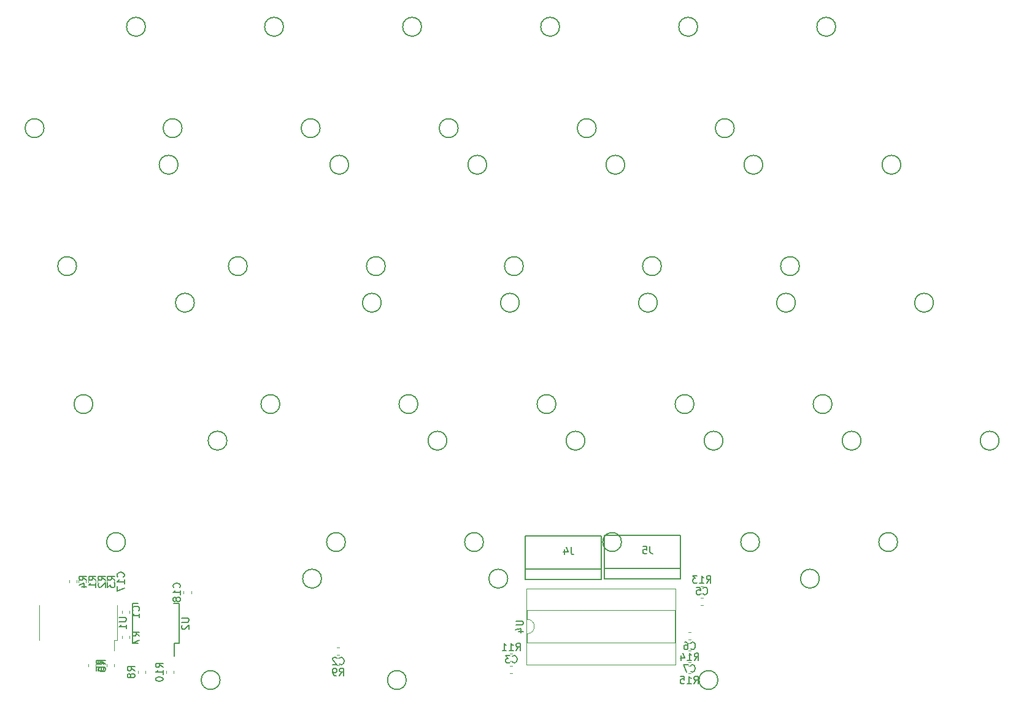
<source format=gbo>
G04 #@! TF.GenerationSoftware,KiCad,Pcbnew,(5.0.2)-1*
G04 #@! TF.CreationDate,2020-04-15T18:40:52+09:00*
G04 #@! TF.ProjectId,eckeyboard,65636b65-7962-46f6-9172-642e6b696361,rev?*
G04 #@! TF.SameCoordinates,Original*
G04 #@! TF.FileFunction,Legend,Bot*
G04 #@! TF.FilePolarity,Positive*
%FSLAX46Y46*%
G04 Gerber Fmt 4.6, Leading zero omitted, Abs format (unit mm)*
G04 Created by KiCad (PCBNEW (5.0.2)-1) date 2020/04/15 18:40:52*
%MOMM*%
%LPD*%
G01*
G04 APERTURE LIST*
%ADD10C,0.200000*%
%ADD11C,0.120000*%
%ADD12C,0.150000*%
G04 APERTURE END LIST*
D10*
G04 #@! TO.C,TP27*
X162100000Y-114150000D02*
G75*
G03X162100000Y-114150000I-1300000J0D01*
G01*
X176100000Y-100150000D02*
G75*
G03X176100000Y-100150000I-1300000J0D01*
G01*
G04 #@! TO.C,TP26*
X153050000Y-95100000D02*
G75*
G03X153050000Y-95100000I-1300000J0D01*
G01*
X167050000Y-81100000D02*
G75*
G03X167050000Y-81100000I-1300000J0D01*
G01*
G04 #@! TO.C,TP25*
X148550000Y-76050000D02*
G75*
G03X148550000Y-76050000I-1300000J0D01*
G01*
X162550000Y-62050000D02*
G75*
G03X162550000Y-62050000I-1300000J0D01*
G01*
G04 #@! TO.C,TP24*
X139550000Y-57000000D02*
G75*
G03X139550000Y-57000000I-1300000J0D01*
G01*
X153550000Y-43000000D02*
G75*
G03X153550000Y-43000000I-1300000J0D01*
G01*
G04 #@! TO.C,TP23*
X143050000Y-114150000D02*
G75*
G03X143050000Y-114150000I-1300000J0D01*
G01*
X157050000Y-100150000D02*
G75*
G03X157050000Y-100150000I-1300000J0D01*
G01*
G04 #@! TO.C,TP21*
X129500000Y-76050000D02*
G75*
G03X129500000Y-76050000I-1300000J0D01*
G01*
X143500000Y-62050000D02*
G75*
G03X143500000Y-62050000I-1300000J0D01*
G01*
G04 #@! TO.C,TP20*
X120500000Y-57000000D02*
G75*
G03X120500000Y-57000000I-1300000J0D01*
G01*
X134500000Y-43000000D02*
G75*
G03X134500000Y-43000000I-1300000J0D01*
G01*
G04 #@! TO.C,TP19*
X137300000Y-133200000D02*
G75*
G03X137300000Y-133200000I-1300000J0D01*
G01*
X151300000Y-119200000D02*
G75*
G03X151300000Y-119200000I-1300000J0D01*
G01*
G04 #@! TO.C,TP18*
X124000000Y-114150000D02*
G75*
G03X124000000Y-114150000I-1300000J0D01*
G01*
X138000000Y-100150000D02*
G75*
G03X138000000Y-100150000I-1300000J0D01*
G01*
G04 #@! TO.C,TP17*
X114950000Y-95100000D02*
G75*
G03X114950000Y-95100000I-1300000J0D01*
G01*
X128950000Y-81100000D02*
G75*
G03X128950000Y-81100000I-1300000J0D01*
G01*
G04 #@! TO.C,TP16*
X110450000Y-76050000D02*
G75*
G03X110450000Y-76050000I-1300000J0D01*
G01*
X124450000Y-62050000D02*
G75*
G03X124450000Y-62050000I-1300000J0D01*
G01*
G04 #@! TO.C,TP15*
X101450000Y-57000000D02*
G75*
G03X101450000Y-57000000I-1300000J0D01*
G01*
X115450000Y-43000000D02*
G75*
G03X115450000Y-43000000I-1300000J0D01*
G01*
G04 #@! TO.C,TP14*
X104950000Y-114150000D02*
G75*
G03X104950000Y-114150000I-1300000J0D01*
G01*
X118950000Y-100150000D02*
G75*
G03X118950000Y-100150000I-1300000J0D01*
G01*
G04 #@! TO.C,TP13*
X94300000Y-133200000D02*
G75*
G03X94300000Y-133200000I-1300000J0D01*
G01*
X108300000Y-119200000D02*
G75*
G03X108300000Y-119200000I-1300000J0D01*
G01*
G04 #@! TO.C,TP12*
X85900000Y-114150000D02*
G75*
G03X85900000Y-114150000I-1300000J0D01*
G01*
X99900000Y-100150000D02*
G75*
G03X99900000Y-100150000I-1300000J0D01*
G01*
G04 #@! TO.C,TP10*
X55550000Y-114150000D02*
G75*
G03X55550000Y-114150000I-1300000J0D01*
G01*
X69550000Y-100150000D02*
G75*
G03X69550000Y-100150000I-1300000J0D01*
G01*
G04 #@! TO.C,TP9*
X95900000Y-95100000D02*
G75*
G03X95900000Y-95100000I-1300000J0D01*
G01*
X109900000Y-81100000D02*
G75*
G03X109900000Y-81100000I-1300000J0D01*
G01*
G04 #@! TO.C,TP8*
X91400000Y-76050000D02*
G75*
G03X91400000Y-76050000I-1300000J0D01*
G01*
X105400000Y-62050000D02*
G75*
G03X105400000Y-62050000I-1300000J0D01*
G01*
G04 #@! TO.C,TP7*
X82400000Y-57000000D02*
G75*
G03X82400000Y-57000000I-1300000J0D01*
G01*
X96400000Y-43000000D02*
G75*
G03X96400000Y-43000000I-1300000J0D01*
G01*
G04 #@! TO.C,TP6*
X76850000Y-95100000D02*
G75*
G03X76850000Y-95100000I-1300000J0D01*
G01*
X90850000Y-81100000D02*
G75*
G03X90850000Y-81100000I-1300000J0D01*
G01*
G04 #@! TO.C,TP5*
X72350000Y-76050000D02*
G75*
G03X72350000Y-76050000I-1300000J0D01*
G01*
X86350000Y-62050000D02*
G75*
G03X86350000Y-62050000I-1300000J0D01*
G01*
G04 #@! TO.C,TP4*
X63350000Y-57000000D02*
G75*
G03X63350000Y-57000000I-1300000J0D01*
G01*
X77350000Y-43000000D02*
G75*
G03X77350000Y-43000000I-1300000J0D01*
G01*
G04 #@! TO.C,TP3*
X51050000Y-95100000D02*
G75*
G03X51050000Y-95100000I-1300000J0D01*
G01*
X65050000Y-81100000D02*
G75*
G03X65050000Y-81100000I-1300000J0D01*
G01*
G04 #@! TO.C,TP2*
X48800000Y-76050000D02*
G75*
G03X48800000Y-76050000I-1300000J0D01*
G01*
X62800000Y-62050000D02*
G75*
G03X62800000Y-62050000I-1300000J0D01*
G01*
G04 #@! TO.C,TP1*
X44300000Y-57000000D02*
G75*
G03X44300000Y-57000000I-1300000J0D01*
G01*
X58300000Y-43000000D02*
G75*
G03X58300000Y-43000000I-1300000J0D01*
G01*
G04 #@! TO.C,TP11*
X68600000Y-133200000D02*
G75*
G03X68600000Y-133200000I-1300000J0D01*
G01*
X82600000Y-119200000D02*
G75*
G03X82600000Y-119200000I-1300000J0D01*
G01*
G04 #@! TO.C,TP22*
X134000000Y-95100000D02*
G75*
G03X134000000Y-95100000I-1300000J0D01*
G01*
X148000000Y-81100000D02*
G75*
G03X148000000Y-81100000I-1300000J0D01*
G01*
D11*
G04 #@! TO.C,U1*
X54414677Y-127709650D02*
X54014677Y-127709650D01*
X54014677Y-127709650D02*
X54014677Y-129109650D01*
X54414677Y-127709650D02*
X54414677Y-122909650D01*
X43614677Y-127709650D02*
X43614677Y-122909650D01*
D12*
G04 #@! TO.C,U2*
X62939514Y-128142137D02*
X62284514Y-128142137D01*
X62939514Y-122642137D02*
X62189514Y-122642137D01*
X56529514Y-122642137D02*
X57279514Y-122642137D01*
X56529514Y-128142137D02*
X57279514Y-128142137D01*
X62939514Y-128142137D02*
X62939514Y-122642137D01*
X56529514Y-128142137D02*
X56529514Y-122642137D01*
X62284514Y-128142137D02*
X62284514Y-129892137D01*
D10*
G04 #@! TO.C,J4*
X121200000Y-119300000D02*
X121200000Y-117900000D01*
X110700000Y-119300000D02*
X121200000Y-119300000D01*
X110700000Y-117900000D02*
X110700000Y-119300000D01*
X121200000Y-113300000D02*
X121200000Y-117900000D01*
X110700000Y-113300000D02*
X121200000Y-113300000D01*
X110700000Y-117900000D02*
X110700000Y-113300000D01*
X121200000Y-117900000D02*
X110700000Y-117900000D01*
G04 #@! TO.C,J5*
X132100000Y-117800000D02*
X121600000Y-117800000D01*
X121600000Y-117800000D02*
X121600000Y-113200000D01*
X121600000Y-113200000D02*
X132100000Y-113200000D01*
X132100000Y-113200000D02*
X132100000Y-117800000D01*
X121600000Y-117800000D02*
X121600000Y-119200000D01*
X121600000Y-119200000D02*
X132100000Y-119200000D01*
X132100000Y-119200000D02*
X132100000Y-117800000D01*
D11*
G04 #@! TO.C,U4*
X110970000Y-126810000D02*
G75*
G03X110970000Y-124810000I0J1000000D01*
G01*
X110970000Y-124810000D02*
X110970000Y-123560000D01*
X110970000Y-123560000D02*
X131410000Y-123560000D01*
X131410000Y-123560000D02*
X131410000Y-128060000D01*
X131410000Y-128060000D02*
X110970000Y-128060000D01*
X110970000Y-128060000D02*
X110970000Y-126810000D01*
X110910000Y-120560000D02*
X131470000Y-120560000D01*
X131470000Y-120560000D02*
X131470000Y-131060000D01*
X131470000Y-131060000D02*
X110910000Y-131060000D01*
X110910000Y-131060000D02*
X110910000Y-120560000D01*
G04 #@! TO.C,C1*
X56110000Y-123971267D02*
X56110000Y-123628733D01*
X55090000Y-123971267D02*
X55090000Y-123628733D01*
G04 #@! TO.C,C2*
X84744144Y-128674589D02*
X85086678Y-128674589D01*
X84744144Y-129694589D02*
X85086678Y-129694589D01*
G04 #@! TO.C,C3*
X108971267Y-132310000D02*
X108628733Y-132310000D01*
X108971267Y-131290000D02*
X108628733Y-131290000D01*
G04 #@! TO.C,C5*
X135271267Y-121866083D02*
X134928733Y-121866083D01*
X135271267Y-122886083D02*
X134928733Y-122886083D01*
G04 #@! TO.C,C6*
X133228733Y-126590000D02*
X133571267Y-126590000D01*
X133228733Y-127610000D02*
X133571267Y-127610000D01*
G04 #@! TO.C,C7*
X133191136Y-130707549D02*
X133533670Y-130707549D01*
X133191136Y-129687549D02*
X133533670Y-129687549D01*
G04 #@! TO.C,C17*
X54010000Y-119771267D02*
X54010000Y-119428733D01*
X52990000Y-119771267D02*
X52990000Y-119428733D01*
G04 #@! TO.C,C18*
X63590000Y-120928733D02*
X63590000Y-121271267D01*
X64610000Y-120928733D02*
X64610000Y-121271267D01*
G04 #@! TO.C,R1*
X50110000Y-119771267D02*
X50110000Y-119428733D01*
X49090000Y-119771267D02*
X49090000Y-119428733D01*
G04 #@! TO.C,R2*
X50390000Y-119771267D02*
X50390000Y-119428733D01*
X51410000Y-119771267D02*
X51410000Y-119428733D01*
G04 #@! TO.C,R3*
X51690000Y-119771267D02*
X51690000Y-119428733D01*
X52710000Y-119771267D02*
X52710000Y-119428733D01*
G04 #@! TO.C,R4*
X48810000Y-119771267D02*
X48810000Y-119428733D01*
X47790000Y-119771267D02*
X47790000Y-119428733D01*
G04 #@! TO.C,R5*
X52990000Y-131028733D02*
X52990000Y-131371267D01*
X54010000Y-131028733D02*
X54010000Y-131371267D01*
G04 #@! TO.C,R6*
X50390000Y-131371267D02*
X50390000Y-131028733D01*
X51410000Y-131371267D02*
X51410000Y-131028733D01*
G04 #@! TO.C,R7*
X56110000Y-127471267D02*
X56110000Y-127128733D01*
X55090000Y-127471267D02*
X55090000Y-127128733D01*
G04 #@! TO.C,R8*
X58310000Y-131928733D02*
X58310000Y-132271267D01*
X57290000Y-131928733D02*
X57290000Y-132271267D01*
G04 #@! TO.C,R9*
X84744144Y-131194589D02*
X85086678Y-131194589D01*
X84744144Y-130174589D02*
X85086678Y-130174589D01*
G04 #@! TO.C,R10*
X61190000Y-131928733D02*
X61190000Y-132271267D01*
X62210000Y-131928733D02*
X62210000Y-132271267D01*
G04 #@! TO.C,R11*
X108971267Y-130610000D02*
X108628733Y-130610000D01*
X108971267Y-129590000D02*
X108628733Y-129590000D01*
G04 #@! TO.C,R13*
X135271267Y-121286083D02*
X134928733Y-121286083D01*
X135271267Y-120266083D02*
X134928733Y-120266083D01*
G04 #@! TO.C,R14*
X133228733Y-129110000D02*
X133571267Y-129110000D01*
X133228733Y-128090000D02*
X133571267Y-128090000D01*
G04 #@! TO.C,R15*
X133191136Y-131290000D02*
X133533670Y-131290000D01*
X133191136Y-132310000D02*
X133533670Y-132310000D01*
G04 #@! TO.C,U1*
D12*
X54667057Y-124547745D02*
X55476581Y-124547745D01*
X55571819Y-124595364D01*
X55619438Y-124642983D01*
X55667057Y-124738221D01*
X55667057Y-124928697D01*
X55619438Y-125023935D01*
X55571819Y-125071554D01*
X55476581Y-125119173D01*
X54667057Y-125119173D01*
X55667057Y-126119173D02*
X55667057Y-125547745D01*
X55667057Y-125833459D02*
X54667057Y-125833459D01*
X54809915Y-125738221D01*
X54905153Y-125642983D01*
X54952772Y-125547745D01*
G04 #@! TO.C,U2*
X63316894Y-124630232D02*
X64126418Y-124630232D01*
X64221656Y-124677851D01*
X64269275Y-124725470D01*
X64316894Y-124820708D01*
X64316894Y-125011184D01*
X64269275Y-125106422D01*
X64221656Y-125154041D01*
X64126418Y-125201660D01*
X63316894Y-125201660D01*
X63412133Y-125630232D02*
X63364514Y-125677851D01*
X63316894Y-125773089D01*
X63316894Y-126011184D01*
X63364514Y-126106422D01*
X63412133Y-126154041D01*
X63507371Y-126201660D01*
X63602609Y-126201660D01*
X63745466Y-126154041D01*
X64316894Y-125582613D01*
X64316894Y-126201660D01*
G04 #@! TO.C,J4*
X117033333Y-114852380D02*
X117033333Y-115566666D01*
X117080952Y-115709523D01*
X117176190Y-115804761D01*
X117319047Y-115852380D01*
X117414285Y-115852380D01*
X116128571Y-115185714D02*
X116128571Y-115852380D01*
X116366666Y-114804761D02*
X116604761Y-115519047D01*
X115985714Y-115519047D01*
G04 #@! TO.C,J5*
X127933333Y-114752380D02*
X127933333Y-115466666D01*
X127980952Y-115609523D01*
X128076190Y-115704761D01*
X128219047Y-115752380D01*
X128314285Y-115752380D01*
X126980952Y-114752380D02*
X127457142Y-114752380D01*
X127504761Y-115228571D01*
X127457142Y-115180952D01*
X127361904Y-115133333D01*
X127123809Y-115133333D01*
X127028571Y-115180952D01*
X126980952Y-115228571D01*
X126933333Y-115323809D01*
X126933333Y-115561904D01*
X126980952Y-115657142D01*
X127028571Y-115704761D01*
X127123809Y-115752380D01*
X127361904Y-115752380D01*
X127457142Y-115704761D01*
X127504761Y-115657142D01*
G04 #@! TO.C,U4*
X109422380Y-125048095D02*
X110231904Y-125048095D01*
X110327142Y-125095714D01*
X110374761Y-125143333D01*
X110422380Y-125238571D01*
X110422380Y-125429047D01*
X110374761Y-125524285D01*
X110327142Y-125571904D01*
X110231904Y-125619523D01*
X109422380Y-125619523D01*
X109755714Y-126524285D02*
X110422380Y-126524285D01*
X109374761Y-126286190D02*
X110089047Y-126048095D01*
X110089047Y-126667142D01*
G04 #@! TO.C,C1*
X57387142Y-123633333D02*
X57434761Y-123585714D01*
X57482380Y-123442857D01*
X57482380Y-123347619D01*
X57434761Y-123204761D01*
X57339523Y-123109523D01*
X57244285Y-123061904D01*
X57053809Y-123014285D01*
X56910952Y-123014285D01*
X56720476Y-123061904D01*
X56625238Y-123109523D01*
X56530000Y-123204761D01*
X56482380Y-123347619D01*
X56482380Y-123442857D01*
X56530000Y-123585714D01*
X56577619Y-123633333D01*
X57482380Y-124585714D02*
X57482380Y-124014285D01*
X57482380Y-124300000D02*
X56482380Y-124300000D01*
X56625238Y-124204761D01*
X56720476Y-124109523D01*
X56768095Y-124014285D01*
G04 #@! TO.C,C2*
X85082077Y-130971731D02*
X85129696Y-131019350D01*
X85272553Y-131066969D01*
X85367791Y-131066969D01*
X85510649Y-131019350D01*
X85605887Y-130924112D01*
X85653506Y-130828874D01*
X85701125Y-130638398D01*
X85701125Y-130495541D01*
X85653506Y-130305065D01*
X85605887Y-130209827D01*
X85510649Y-130114589D01*
X85367791Y-130066969D01*
X85272553Y-130066969D01*
X85129696Y-130114589D01*
X85082077Y-130162208D01*
X84701125Y-130162208D02*
X84653506Y-130114589D01*
X84558268Y-130066969D01*
X84320172Y-130066969D01*
X84224934Y-130114589D01*
X84177315Y-130162208D01*
X84129696Y-130257446D01*
X84129696Y-130352684D01*
X84177315Y-130495541D01*
X84748744Y-131066969D01*
X84129696Y-131066969D01*
G04 #@! TO.C,C3*
X108966666Y-130727142D02*
X109014285Y-130774761D01*
X109157142Y-130822380D01*
X109252380Y-130822380D01*
X109395238Y-130774761D01*
X109490476Y-130679523D01*
X109538095Y-130584285D01*
X109585714Y-130393809D01*
X109585714Y-130250952D01*
X109538095Y-130060476D01*
X109490476Y-129965238D01*
X109395238Y-129870000D01*
X109252380Y-129822380D01*
X109157142Y-129822380D01*
X109014285Y-129870000D01*
X108966666Y-129917619D01*
X108633333Y-129822380D02*
X108014285Y-129822380D01*
X108347619Y-130203333D01*
X108204761Y-130203333D01*
X108109523Y-130250952D01*
X108061904Y-130298571D01*
X108014285Y-130393809D01*
X108014285Y-130631904D01*
X108061904Y-130727142D01*
X108109523Y-130774761D01*
X108204761Y-130822380D01*
X108490476Y-130822380D01*
X108585714Y-130774761D01*
X108633333Y-130727142D01*
G04 #@! TO.C,C5*
X135266666Y-121303225D02*
X135314285Y-121350844D01*
X135457142Y-121398463D01*
X135552380Y-121398463D01*
X135695238Y-121350844D01*
X135790476Y-121255606D01*
X135838095Y-121160368D01*
X135885714Y-120969892D01*
X135885714Y-120827035D01*
X135838095Y-120636559D01*
X135790476Y-120541321D01*
X135695238Y-120446083D01*
X135552380Y-120398463D01*
X135457142Y-120398463D01*
X135314285Y-120446083D01*
X135266666Y-120493702D01*
X134361904Y-120398463D02*
X134838095Y-120398463D01*
X134885714Y-120874654D01*
X134838095Y-120827035D01*
X134742857Y-120779416D01*
X134504761Y-120779416D01*
X134409523Y-120827035D01*
X134361904Y-120874654D01*
X134314285Y-120969892D01*
X134314285Y-121207987D01*
X134361904Y-121303225D01*
X134409523Y-121350844D01*
X134504761Y-121398463D01*
X134742857Y-121398463D01*
X134838095Y-121350844D01*
X134885714Y-121303225D01*
G04 #@! TO.C,C6*
X133566666Y-128887142D02*
X133614285Y-128934761D01*
X133757142Y-128982380D01*
X133852380Y-128982380D01*
X133995238Y-128934761D01*
X134090476Y-128839523D01*
X134138095Y-128744285D01*
X134185714Y-128553809D01*
X134185714Y-128410952D01*
X134138095Y-128220476D01*
X134090476Y-128125238D01*
X133995238Y-128030000D01*
X133852380Y-127982380D01*
X133757142Y-127982380D01*
X133614285Y-128030000D01*
X133566666Y-128077619D01*
X132709523Y-127982380D02*
X132900000Y-127982380D01*
X132995238Y-128030000D01*
X133042857Y-128077619D01*
X133138095Y-128220476D01*
X133185714Y-128410952D01*
X133185714Y-128791904D01*
X133138095Y-128887142D01*
X133090476Y-128934761D01*
X132995238Y-128982380D01*
X132804761Y-128982380D01*
X132709523Y-128934761D01*
X132661904Y-128887142D01*
X132614285Y-128791904D01*
X132614285Y-128553809D01*
X132661904Y-128458571D01*
X132709523Y-128410952D01*
X132804761Y-128363333D01*
X132995238Y-128363333D01*
X133090476Y-128410952D01*
X133138095Y-128458571D01*
X133185714Y-128553809D01*
G04 #@! TO.C,C7*
X133529069Y-131984691D02*
X133576688Y-132032310D01*
X133719545Y-132079929D01*
X133814783Y-132079929D01*
X133957641Y-132032310D01*
X134052879Y-131937072D01*
X134100498Y-131841834D01*
X134148117Y-131651358D01*
X134148117Y-131508501D01*
X134100498Y-131318025D01*
X134052879Y-131222787D01*
X133957641Y-131127549D01*
X133814783Y-131079929D01*
X133719545Y-131079929D01*
X133576688Y-131127549D01*
X133529069Y-131175168D01*
X133195736Y-131079929D02*
X132529069Y-131079929D01*
X132957641Y-132079929D01*
G04 #@! TO.C,C17*
X55287142Y-118957142D02*
X55334761Y-118909523D01*
X55382380Y-118766666D01*
X55382380Y-118671428D01*
X55334761Y-118528571D01*
X55239523Y-118433333D01*
X55144285Y-118385714D01*
X54953809Y-118338095D01*
X54810952Y-118338095D01*
X54620476Y-118385714D01*
X54525238Y-118433333D01*
X54430000Y-118528571D01*
X54382380Y-118671428D01*
X54382380Y-118766666D01*
X54430000Y-118909523D01*
X54477619Y-118957142D01*
X55382380Y-119909523D02*
X55382380Y-119338095D01*
X55382380Y-119623809D02*
X54382380Y-119623809D01*
X54525238Y-119528571D01*
X54620476Y-119433333D01*
X54668095Y-119338095D01*
X54382380Y-120242857D02*
X54382380Y-120909523D01*
X55382380Y-120480952D01*
G04 #@! TO.C,C18*
X63027142Y-120457142D02*
X63074761Y-120409523D01*
X63122380Y-120266666D01*
X63122380Y-120171428D01*
X63074761Y-120028571D01*
X62979523Y-119933333D01*
X62884285Y-119885714D01*
X62693809Y-119838095D01*
X62550952Y-119838095D01*
X62360476Y-119885714D01*
X62265238Y-119933333D01*
X62170000Y-120028571D01*
X62122380Y-120171428D01*
X62122380Y-120266666D01*
X62170000Y-120409523D01*
X62217619Y-120457142D01*
X63122380Y-121409523D02*
X63122380Y-120838095D01*
X63122380Y-121123809D02*
X62122380Y-121123809D01*
X62265238Y-121028571D01*
X62360476Y-120933333D01*
X62408095Y-120838095D01*
X62550952Y-121980952D02*
X62503333Y-121885714D01*
X62455714Y-121838095D01*
X62360476Y-121790476D01*
X62312857Y-121790476D01*
X62217619Y-121838095D01*
X62170000Y-121885714D01*
X62122380Y-121980952D01*
X62122380Y-122171428D01*
X62170000Y-122266666D01*
X62217619Y-122314285D01*
X62312857Y-122361904D01*
X62360476Y-122361904D01*
X62455714Y-122314285D01*
X62503333Y-122266666D01*
X62550952Y-122171428D01*
X62550952Y-121980952D01*
X62598571Y-121885714D01*
X62646190Y-121838095D01*
X62741428Y-121790476D01*
X62931904Y-121790476D01*
X63027142Y-121838095D01*
X63074761Y-121885714D01*
X63122380Y-121980952D01*
X63122380Y-122171428D01*
X63074761Y-122266666D01*
X63027142Y-122314285D01*
X62931904Y-122361904D01*
X62741428Y-122361904D01*
X62646190Y-122314285D01*
X62598571Y-122266666D01*
X62550952Y-122171428D01*
G04 #@! TO.C,R1*
X51482380Y-119433333D02*
X51006190Y-119100000D01*
X51482380Y-118861904D02*
X50482380Y-118861904D01*
X50482380Y-119242857D01*
X50530000Y-119338095D01*
X50577619Y-119385714D01*
X50672857Y-119433333D01*
X50815714Y-119433333D01*
X50910952Y-119385714D01*
X50958571Y-119338095D01*
X51006190Y-119242857D01*
X51006190Y-118861904D01*
X51482380Y-120385714D02*
X51482380Y-119814285D01*
X51482380Y-120100000D02*
X50482380Y-120100000D01*
X50625238Y-120004761D01*
X50720476Y-119909523D01*
X50768095Y-119814285D01*
G04 #@! TO.C,R2*
X52782380Y-119433333D02*
X52306190Y-119100000D01*
X52782380Y-118861904D02*
X51782380Y-118861904D01*
X51782380Y-119242857D01*
X51830000Y-119338095D01*
X51877619Y-119385714D01*
X51972857Y-119433333D01*
X52115714Y-119433333D01*
X52210952Y-119385714D01*
X52258571Y-119338095D01*
X52306190Y-119242857D01*
X52306190Y-118861904D01*
X51877619Y-119814285D02*
X51830000Y-119861904D01*
X51782380Y-119957142D01*
X51782380Y-120195238D01*
X51830000Y-120290476D01*
X51877619Y-120338095D01*
X51972857Y-120385714D01*
X52068095Y-120385714D01*
X52210952Y-120338095D01*
X52782380Y-119766666D01*
X52782380Y-120385714D01*
G04 #@! TO.C,R3*
X54082380Y-119433333D02*
X53606190Y-119100000D01*
X54082380Y-118861904D02*
X53082380Y-118861904D01*
X53082380Y-119242857D01*
X53130000Y-119338095D01*
X53177619Y-119385714D01*
X53272857Y-119433333D01*
X53415714Y-119433333D01*
X53510952Y-119385714D01*
X53558571Y-119338095D01*
X53606190Y-119242857D01*
X53606190Y-118861904D01*
X53082380Y-119766666D02*
X53082380Y-120385714D01*
X53463333Y-120052380D01*
X53463333Y-120195238D01*
X53510952Y-120290476D01*
X53558571Y-120338095D01*
X53653809Y-120385714D01*
X53891904Y-120385714D01*
X53987142Y-120338095D01*
X54034761Y-120290476D01*
X54082380Y-120195238D01*
X54082380Y-119909523D01*
X54034761Y-119814285D01*
X53987142Y-119766666D01*
G04 #@! TO.C,R4*
X50182380Y-119433333D02*
X49706190Y-119100000D01*
X50182380Y-118861904D02*
X49182380Y-118861904D01*
X49182380Y-119242857D01*
X49230000Y-119338095D01*
X49277619Y-119385714D01*
X49372857Y-119433333D01*
X49515714Y-119433333D01*
X49610952Y-119385714D01*
X49658571Y-119338095D01*
X49706190Y-119242857D01*
X49706190Y-118861904D01*
X49515714Y-120290476D02*
X50182380Y-120290476D01*
X49134761Y-120052380D02*
X49849047Y-119814285D01*
X49849047Y-120433333D01*
G04 #@! TO.C,R5*
X52522380Y-131033333D02*
X52046190Y-130700000D01*
X52522380Y-130461904D02*
X51522380Y-130461904D01*
X51522380Y-130842857D01*
X51570000Y-130938095D01*
X51617619Y-130985714D01*
X51712857Y-131033333D01*
X51855714Y-131033333D01*
X51950952Y-130985714D01*
X51998571Y-130938095D01*
X52046190Y-130842857D01*
X52046190Y-130461904D01*
X51522380Y-131938095D02*
X51522380Y-131461904D01*
X51998571Y-131414285D01*
X51950952Y-131461904D01*
X51903333Y-131557142D01*
X51903333Y-131795238D01*
X51950952Y-131890476D01*
X51998571Y-131938095D01*
X52093809Y-131985714D01*
X52331904Y-131985714D01*
X52427142Y-131938095D01*
X52474761Y-131890476D01*
X52522380Y-131795238D01*
X52522380Y-131557142D01*
X52474761Y-131461904D01*
X52427142Y-131414285D01*
G04 #@! TO.C,R6*
X52782380Y-131033333D02*
X52306190Y-130700000D01*
X52782380Y-130461904D02*
X51782380Y-130461904D01*
X51782380Y-130842857D01*
X51830000Y-130938095D01*
X51877619Y-130985714D01*
X51972857Y-131033333D01*
X52115714Y-131033333D01*
X52210952Y-130985714D01*
X52258571Y-130938095D01*
X52306190Y-130842857D01*
X52306190Y-130461904D01*
X51782380Y-131890476D02*
X51782380Y-131700000D01*
X51830000Y-131604761D01*
X51877619Y-131557142D01*
X52020476Y-131461904D01*
X52210952Y-131414285D01*
X52591904Y-131414285D01*
X52687142Y-131461904D01*
X52734761Y-131509523D01*
X52782380Y-131604761D01*
X52782380Y-131795238D01*
X52734761Y-131890476D01*
X52687142Y-131938095D01*
X52591904Y-131985714D01*
X52353809Y-131985714D01*
X52258571Y-131938095D01*
X52210952Y-131890476D01*
X52163333Y-131795238D01*
X52163333Y-131604761D01*
X52210952Y-131509523D01*
X52258571Y-131461904D01*
X52353809Y-131414285D01*
G04 #@! TO.C,R7*
X57482380Y-127133333D02*
X57006190Y-126800000D01*
X57482380Y-126561904D02*
X56482380Y-126561904D01*
X56482380Y-126942857D01*
X56530000Y-127038095D01*
X56577619Y-127085714D01*
X56672857Y-127133333D01*
X56815714Y-127133333D01*
X56910952Y-127085714D01*
X56958571Y-127038095D01*
X57006190Y-126942857D01*
X57006190Y-126561904D01*
X56482380Y-127466666D02*
X56482380Y-128133333D01*
X57482380Y-127704761D01*
G04 #@! TO.C,R8*
X56822380Y-131933333D02*
X56346190Y-131600000D01*
X56822380Y-131361904D02*
X55822380Y-131361904D01*
X55822380Y-131742857D01*
X55870000Y-131838095D01*
X55917619Y-131885714D01*
X56012857Y-131933333D01*
X56155714Y-131933333D01*
X56250952Y-131885714D01*
X56298571Y-131838095D01*
X56346190Y-131742857D01*
X56346190Y-131361904D01*
X56250952Y-132504761D02*
X56203333Y-132409523D01*
X56155714Y-132361904D01*
X56060476Y-132314285D01*
X56012857Y-132314285D01*
X55917619Y-132361904D01*
X55870000Y-132409523D01*
X55822380Y-132504761D01*
X55822380Y-132695238D01*
X55870000Y-132790476D01*
X55917619Y-132838095D01*
X56012857Y-132885714D01*
X56060476Y-132885714D01*
X56155714Y-132838095D01*
X56203333Y-132790476D01*
X56250952Y-132695238D01*
X56250952Y-132504761D01*
X56298571Y-132409523D01*
X56346190Y-132361904D01*
X56441428Y-132314285D01*
X56631904Y-132314285D01*
X56727142Y-132361904D01*
X56774761Y-132409523D01*
X56822380Y-132504761D01*
X56822380Y-132695238D01*
X56774761Y-132790476D01*
X56727142Y-132838095D01*
X56631904Y-132885714D01*
X56441428Y-132885714D01*
X56346190Y-132838095D01*
X56298571Y-132790476D01*
X56250952Y-132695238D01*
G04 #@! TO.C,R9*
X85082077Y-132566969D02*
X85415411Y-132090779D01*
X85653506Y-132566969D02*
X85653506Y-131566969D01*
X85272553Y-131566969D01*
X85177315Y-131614589D01*
X85129696Y-131662208D01*
X85082077Y-131757446D01*
X85082077Y-131900303D01*
X85129696Y-131995541D01*
X85177315Y-132043160D01*
X85272553Y-132090779D01*
X85653506Y-132090779D01*
X84605887Y-132566969D02*
X84415411Y-132566969D01*
X84320172Y-132519350D01*
X84272553Y-132471731D01*
X84177315Y-132328874D01*
X84129696Y-132138398D01*
X84129696Y-131757446D01*
X84177315Y-131662208D01*
X84224934Y-131614589D01*
X84320172Y-131566969D01*
X84510649Y-131566969D01*
X84605887Y-131614589D01*
X84653506Y-131662208D01*
X84701125Y-131757446D01*
X84701125Y-131995541D01*
X84653506Y-132090779D01*
X84605887Y-132138398D01*
X84510649Y-132186017D01*
X84320172Y-132186017D01*
X84224934Y-132138398D01*
X84177315Y-132090779D01*
X84129696Y-131995541D01*
G04 #@! TO.C,R10*
X60722380Y-131457142D02*
X60246190Y-131123809D01*
X60722380Y-130885714D02*
X59722380Y-130885714D01*
X59722380Y-131266666D01*
X59770000Y-131361904D01*
X59817619Y-131409523D01*
X59912857Y-131457142D01*
X60055714Y-131457142D01*
X60150952Y-131409523D01*
X60198571Y-131361904D01*
X60246190Y-131266666D01*
X60246190Y-130885714D01*
X60722380Y-132409523D02*
X60722380Y-131838095D01*
X60722380Y-132123809D02*
X59722380Y-132123809D01*
X59865238Y-132028571D01*
X59960476Y-131933333D01*
X60008095Y-131838095D01*
X59722380Y-133028571D02*
X59722380Y-133123809D01*
X59770000Y-133219047D01*
X59817619Y-133266666D01*
X59912857Y-133314285D01*
X60103333Y-133361904D01*
X60341428Y-133361904D01*
X60531904Y-133314285D01*
X60627142Y-133266666D01*
X60674761Y-133219047D01*
X60722380Y-133123809D01*
X60722380Y-133028571D01*
X60674761Y-132933333D01*
X60627142Y-132885714D01*
X60531904Y-132838095D01*
X60341428Y-132790476D01*
X60103333Y-132790476D01*
X59912857Y-132838095D01*
X59817619Y-132885714D01*
X59770000Y-132933333D01*
X59722380Y-133028571D01*
G04 #@! TO.C,R11*
X109442857Y-129122380D02*
X109776190Y-128646190D01*
X110014285Y-129122380D02*
X110014285Y-128122380D01*
X109633333Y-128122380D01*
X109538095Y-128170000D01*
X109490476Y-128217619D01*
X109442857Y-128312857D01*
X109442857Y-128455714D01*
X109490476Y-128550952D01*
X109538095Y-128598571D01*
X109633333Y-128646190D01*
X110014285Y-128646190D01*
X108490476Y-129122380D02*
X109061904Y-129122380D01*
X108776190Y-129122380D02*
X108776190Y-128122380D01*
X108871428Y-128265238D01*
X108966666Y-128360476D01*
X109061904Y-128408095D01*
X107538095Y-129122380D02*
X108109523Y-129122380D01*
X107823809Y-129122380D02*
X107823809Y-128122380D01*
X107919047Y-128265238D01*
X108014285Y-128360476D01*
X108109523Y-128408095D01*
G04 #@! TO.C,R13*
X135742857Y-119798463D02*
X136076190Y-119322273D01*
X136314285Y-119798463D02*
X136314285Y-118798463D01*
X135933333Y-118798463D01*
X135838095Y-118846083D01*
X135790476Y-118893702D01*
X135742857Y-118988940D01*
X135742857Y-119131797D01*
X135790476Y-119227035D01*
X135838095Y-119274654D01*
X135933333Y-119322273D01*
X136314285Y-119322273D01*
X134790476Y-119798463D02*
X135361904Y-119798463D01*
X135076190Y-119798463D02*
X135076190Y-118798463D01*
X135171428Y-118941321D01*
X135266666Y-119036559D01*
X135361904Y-119084178D01*
X134457142Y-118798463D02*
X133838095Y-118798463D01*
X134171428Y-119179416D01*
X134028571Y-119179416D01*
X133933333Y-119227035D01*
X133885714Y-119274654D01*
X133838095Y-119369892D01*
X133838095Y-119607987D01*
X133885714Y-119703225D01*
X133933333Y-119750844D01*
X134028571Y-119798463D01*
X134314285Y-119798463D01*
X134409523Y-119750844D01*
X134457142Y-119703225D01*
G04 #@! TO.C,R14*
X134042857Y-130482380D02*
X134376190Y-130006190D01*
X134614285Y-130482380D02*
X134614285Y-129482380D01*
X134233333Y-129482380D01*
X134138095Y-129530000D01*
X134090476Y-129577619D01*
X134042857Y-129672857D01*
X134042857Y-129815714D01*
X134090476Y-129910952D01*
X134138095Y-129958571D01*
X134233333Y-130006190D01*
X134614285Y-130006190D01*
X133090476Y-130482380D02*
X133661904Y-130482380D01*
X133376190Y-130482380D02*
X133376190Y-129482380D01*
X133471428Y-129625238D01*
X133566666Y-129720476D01*
X133661904Y-129768095D01*
X132233333Y-129815714D02*
X132233333Y-130482380D01*
X132471428Y-129434761D02*
X132709523Y-130149047D01*
X132090476Y-130149047D01*
G04 #@! TO.C,R15*
X134005260Y-133682380D02*
X134338593Y-133206190D01*
X134576688Y-133682380D02*
X134576688Y-132682380D01*
X134195736Y-132682380D01*
X134100498Y-132730000D01*
X134052879Y-132777619D01*
X134005260Y-132872857D01*
X134005260Y-133015714D01*
X134052879Y-133110952D01*
X134100498Y-133158571D01*
X134195736Y-133206190D01*
X134576688Y-133206190D01*
X133052879Y-133682380D02*
X133624307Y-133682380D01*
X133338593Y-133682380D02*
X133338593Y-132682380D01*
X133433831Y-132825238D01*
X133529069Y-132920476D01*
X133624307Y-132968095D01*
X132148117Y-132682380D02*
X132624307Y-132682380D01*
X132671926Y-133158571D01*
X132624307Y-133110952D01*
X132529069Y-133063333D01*
X132290974Y-133063333D01*
X132195736Y-133110952D01*
X132148117Y-133158571D01*
X132100498Y-133253809D01*
X132100498Y-133491904D01*
X132148117Y-133587142D01*
X132195736Y-133634761D01*
X132290974Y-133682380D01*
X132529069Y-133682380D01*
X132624307Y-133634761D01*
X132671926Y-133587142D01*
G04 #@! TD*
M02*

</source>
